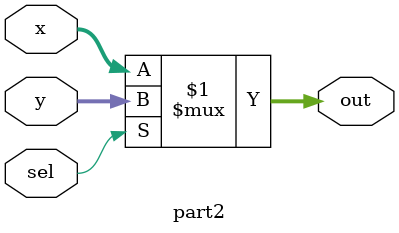
<source format=sv>
module part2 (sel, x, y, out);
	input logic sel;
	input logic [3:0] x,y;
	
	output logic [3:0] out;
	
	assign out = sel ? y: x;
	
endmodule

</source>
